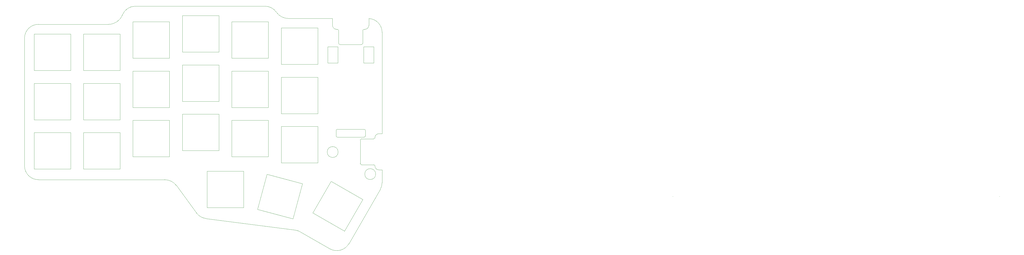
<source format=gbr>
G04 #@! TF.GenerationSoftware,KiCad,Pcbnew,(6.0.0)*
G04 #@! TF.CreationDate,2023-04-13T16:43:50-07:00*
G04 #@! TF.ProjectId,uni_corne_plate_left,756e695f-636f-4726-9e65-5f706c617465,1.1*
G04 #@! TF.SameCoordinates,Original*
G04 #@! TF.FileFunction,Profile,NP*
%FSLAX46Y46*%
G04 Gerber Fmt 4.6, Leading zero omitted, Abs format (unit mm)*
G04 Created by KiCad (PCBNEW (6.0.0)) date 2023-04-13 16:43:50*
%MOMM*%
%LPD*%
G01*
G04 APERTURE LIST*
G04 #@! TA.AperFunction,Profile*
%ADD10C,0.100000*%
G04 #@! TD*
G04 #@! TA.AperFunction,Profile*
%ADD11C,0.050000*%
G04 #@! TD*
%ADD12C,0.200000*%
G04 APERTURE END LIST*
D10*
X180665986Y-46963736D02*
G75*
G03*
X180165734Y-47463736I-251J-500001D01*
G01*
X181190000Y-85990000D02*
G75*
G03*
X180690000Y-85490000I-500001J-1D01*
G01*
X169940000Y-88070000D02*
X169940000Y-85990000D01*
X179715390Y-89212411D02*
X184359508Y-89210391D01*
X143882192Y-44036564D02*
X143882192Y-58086564D01*
X162882192Y-79461564D02*
X148832192Y-79461564D01*
X129832192Y-58086564D02*
X129832192Y-44036564D01*
X86882192Y-62836564D02*
X72832192Y-62836564D01*
X72832192Y-67786564D02*
X86882192Y-67786564D01*
X92763046Y-38019142D02*
G75*
G03*
X87779302Y-41423687I0J-5350000D01*
G01*
X91832192Y-82036564D02*
X105882192Y-82036564D01*
X148832192Y-79461564D02*
X148832192Y-65411564D01*
X143882192Y-58086564D02*
X129832192Y-58086564D01*
X153324617Y-120040397D02*
X139753359Y-116403989D01*
X146970003Y-40329369D02*
G75*
G03*
X142567472Y-38019142I-4402529J-3039770D01*
G01*
X156961025Y-106469139D02*
X153324617Y-120040397D01*
X179665734Y-52826274D02*
X171415734Y-52826274D01*
X110832192Y-55711564D02*
X110832192Y-41661564D01*
X167532441Y-131627011D02*
G75*
G03*
X174839685Y-129665077I2672655J4634588D01*
G01*
X170915734Y-52326274D02*
X170915734Y-47458572D01*
X156235638Y-125112421D02*
X167532441Y-131627011D01*
X184843988Y-88830391D02*
X184843988Y-88790391D01*
X53832192Y-62836564D02*
X53832192Y-48786564D01*
X91832192Y-63036564D02*
X105882192Y-63036564D01*
X185151192Y-102806564D02*
G75*
G03*
X185151192Y-102806564I-2100000J0D01*
G01*
X110832192Y-74711564D02*
X110832192Y-60661564D01*
X182540733Y-42776196D02*
X182540437Y-45364057D01*
X124882192Y-41661564D02*
X124882192Y-55711564D01*
X67882192Y-81836564D02*
X53832192Y-81836564D01*
X170915734Y-52326274D02*
G75*
G03*
X171415734Y-52826274I500001J1D01*
G01*
X134382192Y-115711564D02*
X120332192Y-115711564D01*
X143882192Y-82036564D02*
X143882192Y-96086564D01*
X170915734Y-47458572D02*
G75*
G03*
X170415986Y-46958572I-499998J2D01*
G01*
X148832192Y-84411564D02*
X162882192Y-84411564D01*
X82516096Y-45019142D02*
X55516096Y-45019142D01*
X187616096Y-101197891D02*
X186401897Y-101197891D01*
X139753359Y-116403989D02*
X143389767Y-102832732D01*
X124882192Y-79661564D02*
X124882192Y-93711564D01*
X168540733Y-42769142D02*
X151619405Y-42769142D01*
X50166096Y-50369142D02*
X50166096Y-99619142D01*
X168035864Y-105590236D02*
X180203521Y-112615236D01*
X105882192Y-82036564D02*
X105882192Y-96086564D01*
X67882192Y-48786564D02*
X67882192Y-62836564D01*
D11*
X166740000Y-53690000D02*
X170610000Y-53690000D01*
X170610000Y-53690000D02*
X170610000Y-59970000D01*
X170610000Y-59970000D02*
X166740000Y-59970000D01*
X166740000Y-59970000D02*
X166740000Y-53690000D01*
D10*
X110832192Y-93711564D02*
X110832192Y-79661564D01*
X110832192Y-60661564D02*
X124882192Y-60661564D01*
X67882192Y-100836564D02*
X53832192Y-100836564D01*
X180689999Y-88570001D02*
X170440000Y-88570000D01*
X86882192Y-67786564D02*
X86882192Y-81836564D01*
X148832192Y-98461564D02*
X148832192Y-84411564D01*
X91832192Y-58086564D02*
X91832192Y-44036564D01*
X187616096Y-48119142D02*
G75*
G03*
X182540733Y-42776196I-5350000J0D01*
G01*
X179220000Y-98690000D02*
X179215390Y-89712411D01*
X168540733Y-45358433D02*
G75*
G03*
X170139926Y-46958433I1600000J0D01*
G01*
X67882192Y-67786564D02*
X67882192Y-81836564D01*
X129832192Y-96086564D02*
X129832192Y-82036564D01*
X143882192Y-77086564D02*
X129832192Y-77086564D01*
X105882192Y-44036564D02*
X105882192Y-58086564D01*
X148832192Y-60461564D02*
X148832192Y-46411564D01*
X179665734Y-52826274D02*
G75*
G03*
X180165734Y-52326274I-1J500001D01*
G01*
X91832192Y-44036564D02*
X105882192Y-44036564D01*
X86882192Y-86786564D02*
X86882192Y-100836564D01*
X91832192Y-96086564D02*
X91832192Y-82036564D01*
X72832192Y-81836564D02*
X72832192Y-67786564D01*
X86882192Y-81836564D02*
X72832192Y-81836564D01*
X129832192Y-82036564D02*
X143882192Y-82036564D01*
X170415986Y-46958572D02*
X170139926Y-46958433D01*
X180203521Y-112615236D02*
X173178521Y-124782893D01*
X143882192Y-63036564D02*
X143882192Y-77086564D01*
X142567472Y-38019142D02*
X92763046Y-38019142D01*
X129832192Y-77086564D02*
X129832192Y-63036564D01*
X55516096Y-45019142D02*
G75*
G03*
X50166096Y-50369142I-2J-5349998D01*
G01*
X169940000Y-88070000D02*
G75*
G03*
X170440000Y-88570000I500001J1D01*
G01*
X72832192Y-62836564D02*
X72832192Y-48786564D01*
X72832192Y-86786564D02*
X86882192Y-86786564D01*
X53832192Y-67786564D02*
X67882192Y-67786564D01*
X124882192Y-74711564D02*
X110832192Y-74711564D01*
X187616096Y-106077718D02*
X187616096Y-101197891D01*
X168540733Y-45358433D02*
X168540733Y-42769142D01*
X180939631Y-46963874D02*
G75*
G03*
X182540437Y-45364057I808J1599998D01*
G01*
X82516096Y-45019142D02*
G75*
G03*
X87779302Y-41423687I1J5649997D01*
G01*
X129832192Y-63036564D02*
X143882192Y-63036564D01*
X134382192Y-101661564D02*
X134382192Y-115711564D01*
X170719192Y-94285564D02*
G75*
G03*
X170719192Y-94285564I-2100000J0D01*
G01*
X53832192Y-48786564D02*
X67882192Y-48786564D01*
X170440000Y-85490000D02*
G75*
G03*
X169940000Y-85990000I1J-500001D01*
G01*
X120332192Y-101661564D02*
X134382192Y-101661564D01*
X91832192Y-77086564D02*
X91832192Y-63036564D01*
X184364118Y-99187980D02*
X179720000Y-99190000D01*
X67882192Y-62836564D02*
X53832192Y-62836564D01*
X53832192Y-100836564D02*
X53832192Y-86786564D01*
X146970003Y-40329369D02*
G75*
G03*
X151619405Y-42769142I4649403J3210228D01*
G01*
X53832192Y-86786564D02*
X67882192Y-86786564D01*
X105882192Y-77086564D02*
X91832192Y-77086564D01*
X124882192Y-60661564D02*
X124882192Y-74711564D01*
X116251121Y-117781623D02*
G75*
G03*
X119882875Y-119935772I4323684J3150923D01*
G01*
X162882192Y-98461564D02*
X148832192Y-98461564D01*
X105882192Y-96086564D02*
X91832192Y-96086564D01*
X53832192Y-81836564D02*
X53832192Y-67786564D01*
X187616096Y-87201768D02*
X187616096Y-48119142D01*
X55516096Y-104969142D02*
X104040255Y-104969142D01*
D12*
X424925367Y-111394368D02*
X424925367Y-111394368D01*
D10*
X162882192Y-84411564D02*
X162882192Y-98461564D01*
X186395885Y-87202500D02*
G75*
G03*
X184843988Y-88790391I-1J-1552304D01*
G01*
X180939631Y-46963874D02*
X180665986Y-46963736D01*
X120332192Y-115711564D02*
X120332192Y-101661564D01*
X187616096Y-87201768D02*
X186402901Y-87202500D01*
X86882192Y-48786564D02*
X86882192Y-62836564D01*
X161010864Y-117757893D02*
X168035864Y-105590236D01*
X143389767Y-102832732D02*
X156961025Y-106469139D01*
D11*
X180540000Y-53690000D02*
X184410000Y-53690000D01*
X184410000Y-53690000D02*
X184410000Y-59970000D01*
X184410000Y-59970000D02*
X180540000Y-59970000D01*
X180540000Y-59970000D02*
X180540000Y-53690000D01*
D10*
X180165734Y-47463736D02*
X180165734Y-52326274D01*
X67882192Y-86786564D02*
X67882192Y-100836564D01*
X186900685Y-108750373D02*
G75*
G03*
X187616096Y-106077718I-4634601J2672658D01*
G01*
X162882192Y-65411564D02*
X162882192Y-79461564D01*
X119882875Y-119935772D02*
X154143842Y-124404346D01*
X184850000Y-99610000D02*
X184850000Y-99570000D01*
X156235638Y-125112421D02*
G75*
G03*
X154143842Y-124404346I-2822520J-4894462D01*
G01*
X184850000Y-99570000D02*
G75*
G03*
X184364118Y-99187980I-485881J-117980D01*
G01*
X124882192Y-55711564D02*
X110832192Y-55711564D01*
X148832192Y-65411564D02*
X162882192Y-65411564D01*
X180689999Y-88570001D02*
G75*
G03*
X181189999Y-88070001I-1J500001D01*
G01*
X179220000Y-98690000D02*
G75*
G03*
X179720000Y-99190000I500001J1D01*
G01*
X72832192Y-48786564D02*
X86882192Y-48786564D01*
X174839685Y-129665077D02*
X186900685Y-108750373D01*
X108606386Y-107291537D02*
X116251121Y-117781623D01*
X110832192Y-41661564D02*
X124882192Y-41661564D01*
X50166096Y-99619142D02*
G75*
G03*
X55516096Y-104969142I5349998J-2D01*
G01*
X162882192Y-46411564D02*
X162882192Y-60461564D01*
X184850000Y-99610000D02*
G75*
G03*
X186401897Y-101197891I1551896J-35587D01*
G01*
X181190000Y-85990000D02*
X181189999Y-88070001D01*
X124882192Y-93711564D02*
X110832192Y-93711564D01*
D12*
X299411433Y-111386368D02*
X299411433Y-111386368D01*
D10*
X148832192Y-46411564D02*
X162882192Y-46411564D01*
X105882192Y-63036564D02*
X105882192Y-77086564D01*
X108606386Y-107291537D02*
G75*
G03*
X104040255Y-104969142I-4566134J-3327612D01*
G01*
X143882192Y-96086564D02*
X129832192Y-96086564D01*
X170440000Y-85490000D02*
X180690000Y-85490000D01*
X110832192Y-79661564D02*
X124882192Y-79661564D01*
X105882192Y-58086564D02*
X91832192Y-58086564D01*
X162882192Y-60461564D02*
X148832192Y-60461564D01*
X179715390Y-89212411D02*
G75*
G03*
X179215390Y-89712411I1J-500001D01*
G01*
X173178521Y-124782893D02*
X161010864Y-117757893D01*
X86882192Y-100836564D02*
X72832192Y-100836564D01*
X72832192Y-100836564D02*
X72832192Y-86786564D01*
X129832192Y-44036564D02*
X143882192Y-44036564D01*
X184358106Y-89212411D02*
G75*
G03*
X184843988Y-88830391I1J500000D01*
G01*
M02*

</source>
